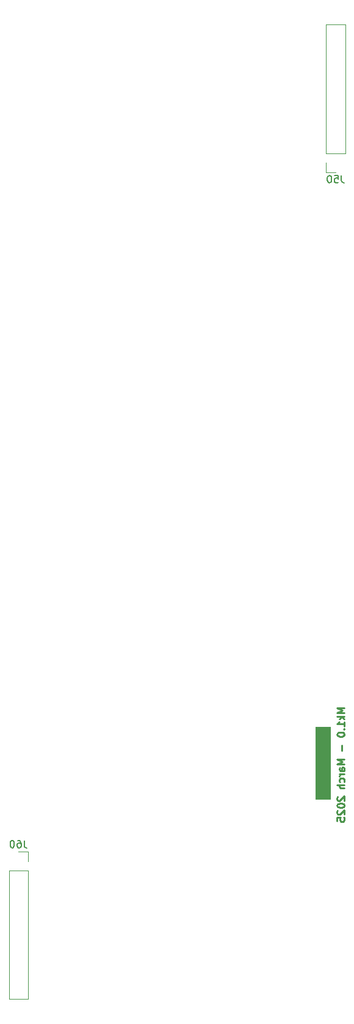
<source format=gbo>
%TF.GenerationSoftware,KiCad,Pcbnew,9.0.0*%
%TF.CreationDate,2025-03-16T11:52:38+01:00*%
%TF.ProjectId,DMH_Transistor_VCA_PCB_Conn,444d485f-5472-4616-9e73-6973746f725f,1*%
%TF.SameCoordinates,Original*%
%TF.FileFunction,Legend,Bot*%
%TF.FilePolarity,Positive*%
%FSLAX46Y46*%
G04 Gerber Fmt 4.6, Leading zero omitted, Abs format (unit mm)*
G04 Created by KiCad (PCBNEW 9.0.0) date 2025-03-16 11:52:38*
%MOMM*%
%LPD*%
G01*
G04 APERTURE LIST*
%ADD10C,0.100000*%
%ADD11C,0.250000*%
%ADD12C,0.150000*%
%ADD13C,0.120000*%
%ADD14C,1.600000*%
%ADD15O,1.600000X1.600000*%
%ADD16O,4.000000X4.200000*%
%ADD17C,1.800000*%
%ADD18R,1.800000X1.800000*%
%ADD19R,1.700000X1.700000*%
%ADD20O,2.720000X3.240000*%
%ADD21O,1.700000X1.700000*%
G04 APERTURE END LIST*
D10*
X94250000Y-161750000D02*
X96250000Y-161750000D01*
X96250000Y-171750000D01*
X94250000Y-171750000D01*
X94250000Y-161750000D01*
G36*
X94250000Y-161750000D02*
G01*
X96250000Y-161750000D01*
X96250000Y-171750000D01*
X94250000Y-171750000D01*
X94250000Y-161750000D01*
G37*
D11*
X98199619Y-159190476D02*
X97199619Y-159190476D01*
X97199619Y-159190476D02*
X97913904Y-159523809D01*
X97913904Y-159523809D02*
X97199619Y-159857142D01*
X97199619Y-159857142D02*
X98199619Y-159857142D01*
X98199619Y-160333333D02*
X97199619Y-160333333D01*
X97818666Y-160428571D02*
X98199619Y-160714285D01*
X97532952Y-160714285D02*
X97913904Y-160333333D01*
X98199619Y-161666666D02*
X98199619Y-161095238D01*
X98199619Y-161380952D02*
X97199619Y-161380952D01*
X97199619Y-161380952D02*
X97342476Y-161285714D01*
X97342476Y-161285714D02*
X97437714Y-161190476D01*
X97437714Y-161190476D02*
X97485333Y-161095238D01*
X98104380Y-162095238D02*
X98152000Y-162142857D01*
X98152000Y-162142857D02*
X98199619Y-162095238D01*
X98199619Y-162095238D02*
X98152000Y-162047619D01*
X98152000Y-162047619D02*
X98104380Y-162095238D01*
X98104380Y-162095238D02*
X98199619Y-162095238D01*
X97199619Y-162761904D02*
X97199619Y-162857142D01*
X97199619Y-162857142D02*
X97247238Y-162952380D01*
X97247238Y-162952380D02*
X97294857Y-162999999D01*
X97294857Y-162999999D02*
X97390095Y-163047618D01*
X97390095Y-163047618D02*
X97580571Y-163095237D01*
X97580571Y-163095237D02*
X97818666Y-163095237D01*
X97818666Y-163095237D02*
X98009142Y-163047618D01*
X98009142Y-163047618D02*
X98104380Y-162999999D01*
X98104380Y-162999999D02*
X98152000Y-162952380D01*
X98152000Y-162952380D02*
X98199619Y-162857142D01*
X98199619Y-162857142D02*
X98199619Y-162761904D01*
X98199619Y-162761904D02*
X98152000Y-162666666D01*
X98152000Y-162666666D02*
X98104380Y-162619047D01*
X98104380Y-162619047D02*
X98009142Y-162571428D01*
X98009142Y-162571428D02*
X97818666Y-162523809D01*
X97818666Y-162523809D02*
X97580571Y-162523809D01*
X97580571Y-162523809D02*
X97390095Y-162571428D01*
X97390095Y-162571428D02*
X97294857Y-162619047D01*
X97294857Y-162619047D02*
X97247238Y-162666666D01*
X97247238Y-162666666D02*
X97199619Y-162761904D01*
X97818666Y-164285714D02*
X97818666Y-165047619D01*
X98199619Y-166285714D02*
X97199619Y-166285714D01*
X97199619Y-166285714D02*
X97913904Y-166619047D01*
X97913904Y-166619047D02*
X97199619Y-166952380D01*
X97199619Y-166952380D02*
X98199619Y-166952380D01*
X98199619Y-167857142D02*
X97675809Y-167857142D01*
X97675809Y-167857142D02*
X97580571Y-167809523D01*
X97580571Y-167809523D02*
X97532952Y-167714285D01*
X97532952Y-167714285D02*
X97532952Y-167523809D01*
X97532952Y-167523809D02*
X97580571Y-167428571D01*
X98152000Y-167857142D02*
X98199619Y-167761904D01*
X98199619Y-167761904D02*
X98199619Y-167523809D01*
X98199619Y-167523809D02*
X98152000Y-167428571D01*
X98152000Y-167428571D02*
X98056761Y-167380952D01*
X98056761Y-167380952D02*
X97961523Y-167380952D01*
X97961523Y-167380952D02*
X97866285Y-167428571D01*
X97866285Y-167428571D02*
X97818666Y-167523809D01*
X97818666Y-167523809D02*
X97818666Y-167761904D01*
X97818666Y-167761904D02*
X97771047Y-167857142D01*
X98199619Y-168333333D02*
X97532952Y-168333333D01*
X97723428Y-168333333D02*
X97628190Y-168380952D01*
X97628190Y-168380952D02*
X97580571Y-168428571D01*
X97580571Y-168428571D02*
X97532952Y-168523809D01*
X97532952Y-168523809D02*
X97532952Y-168619047D01*
X98152000Y-169380952D02*
X98199619Y-169285714D01*
X98199619Y-169285714D02*
X98199619Y-169095238D01*
X98199619Y-169095238D02*
X98152000Y-169000000D01*
X98152000Y-169000000D02*
X98104380Y-168952381D01*
X98104380Y-168952381D02*
X98009142Y-168904762D01*
X98009142Y-168904762D02*
X97723428Y-168904762D01*
X97723428Y-168904762D02*
X97628190Y-168952381D01*
X97628190Y-168952381D02*
X97580571Y-169000000D01*
X97580571Y-169000000D02*
X97532952Y-169095238D01*
X97532952Y-169095238D02*
X97532952Y-169285714D01*
X97532952Y-169285714D02*
X97580571Y-169380952D01*
X98199619Y-169809524D02*
X97199619Y-169809524D01*
X98199619Y-170238095D02*
X97675809Y-170238095D01*
X97675809Y-170238095D02*
X97580571Y-170190476D01*
X97580571Y-170190476D02*
X97532952Y-170095238D01*
X97532952Y-170095238D02*
X97532952Y-169952381D01*
X97532952Y-169952381D02*
X97580571Y-169857143D01*
X97580571Y-169857143D02*
X97628190Y-169809524D01*
X97294857Y-171428572D02*
X97247238Y-171476191D01*
X97247238Y-171476191D02*
X97199619Y-171571429D01*
X97199619Y-171571429D02*
X97199619Y-171809524D01*
X97199619Y-171809524D02*
X97247238Y-171904762D01*
X97247238Y-171904762D02*
X97294857Y-171952381D01*
X97294857Y-171952381D02*
X97390095Y-172000000D01*
X97390095Y-172000000D02*
X97485333Y-172000000D01*
X97485333Y-172000000D02*
X97628190Y-171952381D01*
X97628190Y-171952381D02*
X98199619Y-171380953D01*
X98199619Y-171380953D02*
X98199619Y-172000000D01*
X97199619Y-172619048D02*
X97199619Y-172714286D01*
X97199619Y-172714286D02*
X97247238Y-172809524D01*
X97247238Y-172809524D02*
X97294857Y-172857143D01*
X97294857Y-172857143D02*
X97390095Y-172904762D01*
X97390095Y-172904762D02*
X97580571Y-172952381D01*
X97580571Y-172952381D02*
X97818666Y-172952381D01*
X97818666Y-172952381D02*
X98009142Y-172904762D01*
X98009142Y-172904762D02*
X98104380Y-172857143D01*
X98104380Y-172857143D02*
X98152000Y-172809524D01*
X98152000Y-172809524D02*
X98199619Y-172714286D01*
X98199619Y-172714286D02*
X98199619Y-172619048D01*
X98199619Y-172619048D02*
X98152000Y-172523810D01*
X98152000Y-172523810D02*
X98104380Y-172476191D01*
X98104380Y-172476191D02*
X98009142Y-172428572D01*
X98009142Y-172428572D02*
X97818666Y-172380953D01*
X97818666Y-172380953D02*
X97580571Y-172380953D01*
X97580571Y-172380953D02*
X97390095Y-172428572D01*
X97390095Y-172428572D02*
X97294857Y-172476191D01*
X97294857Y-172476191D02*
X97247238Y-172523810D01*
X97247238Y-172523810D02*
X97199619Y-172619048D01*
X97294857Y-173333334D02*
X97247238Y-173380953D01*
X97247238Y-173380953D02*
X97199619Y-173476191D01*
X97199619Y-173476191D02*
X97199619Y-173714286D01*
X97199619Y-173714286D02*
X97247238Y-173809524D01*
X97247238Y-173809524D02*
X97294857Y-173857143D01*
X97294857Y-173857143D02*
X97390095Y-173904762D01*
X97390095Y-173904762D02*
X97485333Y-173904762D01*
X97485333Y-173904762D02*
X97628190Y-173857143D01*
X97628190Y-173857143D02*
X98199619Y-173285715D01*
X98199619Y-173285715D02*
X98199619Y-173904762D01*
X97199619Y-174809524D02*
X97199619Y-174333334D01*
X97199619Y-174333334D02*
X97675809Y-174285715D01*
X97675809Y-174285715D02*
X97628190Y-174333334D01*
X97628190Y-174333334D02*
X97580571Y-174428572D01*
X97580571Y-174428572D02*
X97580571Y-174666667D01*
X97580571Y-174666667D02*
X97628190Y-174761905D01*
X97628190Y-174761905D02*
X97675809Y-174809524D01*
X97675809Y-174809524D02*
X97771047Y-174857143D01*
X97771047Y-174857143D02*
X98009142Y-174857143D01*
X98009142Y-174857143D02*
X98104380Y-174809524D01*
X98104380Y-174809524D02*
X98152000Y-174761905D01*
X98152000Y-174761905D02*
X98199619Y-174666667D01*
X98199619Y-174666667D02*
X98199619Y-174428572D01*
X98199619Y-174428572D02*
X98152000Y-174333334D01*
X98152000Y-174333334D02*
X98104380Y-174285715D01*
D12*
X53809523Y-177499819D02*
X53809523Y-178214104D01*
X53809523Y-178214104D02*
X53857142Y-178356961D01*
X53857142Y-178356961D02*
X53952380Y-178452200D01*
X53952380Y-178452200D02*
X54095237Y-178499819D01*
X54095237Y-178499819D02*
X54190475Y-178499819D01*
X52904761Y-177499819D02*
X53095237Y-177499819D01*
X53095237Y-177499819D02*
X53190475Y-177547438D01*
X53190475Y-177547438D02*
X53238094Y-177595057D01*
X53238094Y-177595057D02*
X53333332Y-177737914D01*
X53333332Y-177737914D02*
X53380951Y-177928390D01*
X53380951Y-177928390D02*
X53380951Y-178309342D01*
X53380951Y-178309342D02*
X53333332Y-178404580D01*
X53333332Y-178404580D02*
X53285713Y-178452200D01*
X53285713Y-178452200D02*
X53190475Y-178499819D01*
X53190475Y-178499819D02*
X52999999Y-178499819D01*
X52999999Y-178499819D02*
X52904761Y-178452200D01*
X52904761Y-178452200D02*
X52857142Y-178404580D01*
X52857142Y-178404580D02*
X52809523Y-178309342D01*
X52809523Y-178309342D02*
X52809523Y-178071247D01*
X52809523Y-178071247D02*
X52857142Y-177976009D01*
X52857142Y-177976009D02*
X52904761Y-177928390D01*
X52904761Y-177928390D02*
X52999999Y-177880771D01*
X52999999Y-177880771D02*
X53190475Y-177880771D01*
X53190475Y-177880771D02*
X53285713Y-177928390D01*
X53285713Y-177928390D02*
X53333332Y-177976009D01*
X53333332Y-177976009D02*
X53380951Y-178071247D01*
X52190475Y-177499819D02*
X52095237Y-177499819D01*
X52095237Y-177499819D02*
X51999999Y-177547438D01*
X51999999Y-177547438D02*
X51952380Y-177595057D01*
X51952380Y-177595057D02*
X51904761Y-177690295D01*
X51904761Y-177690295D02*
X51857142Y-177880771D01*
X51857142Y-177880771D02*
X51857142Y-178118866D01*
X51857142Y-178118866D02*
X51904761Y-178309342D01*
X51904761Y-178309342D02*
X51952380Y-178404580D01*
X51952380Y-178404580D02*
X51999999Y-178452200D01*
X51999999Y-178452200D02*
X52095237Y-178499819D01*
X52095237Y-178499819D02*
X52190475Y-178499819D01*
X52190475Y-178499819D02*
X52285713Y-178452200D01*
X52285713Y-178452200D02*
X52333332Y-178404580D01*
X52333332Y-178404580D02*
X52380951Y-178309342D01*
X52380951Y-178309342D02*
X52428570Y-178118866D01*
X52428570Y-178118866D02*
X52428570Y-177880771D01*
X52428570Y-177880771D02*
X52380951Y-177690295D01*
X52380951Y-177690295D02*
X52333332Y-177595057D01*
X52333332Y-177595057D02*
X52285713Y-177547438D01*
X52285713Y-177547438D02*
X52190475Y-177499819D01*
X97809523Y-85404819D02*
X97809523Y-86119104D01*
X97809523Y-86119104D02*
X97857142Y-86261961D01*
X97857142Y-86261961D02*
X97952380Y-86357200D01*
X97952380Y-86357200D02*
X98095237Y-86404819D01*
X98095237Y-86404819D02*
X98190475Y-86404819D01*
X96857142Y-85404819D02*
X97333332Y-85404819D01*
X97333332Y-85404819D02*
X97380951Y-85881009D01*
X97380951Y-85881009D02*
X97333332Y-85833390D01*
X97333332Y-85833390D02*
X97238094Y-85785771D01*
X97238094Y-85785771D02*
X96999999Y-85785771D01*
X96999999Y-85785771D02*
X96904761Y-85833390D01*
X96904761Y-85833390D02*
X96857142Y-85881009D01*
X96857142Y-85881009D02*
X96809523Y-85976247D01*
X96809523Y-85976247D02*
X96809523Y-86214342D01*
X96809523Y-86214342D02*
X96857142Y-86309580D01*
X96857142Y-86309580D02*
X96904761Y-86357200D01*
X96904761Y-86357200D02*
X96999999Y-86404819D01*
X96999999Y-86404819D02*
X97238094Y-86404819D01*
X97238094Y-86404819D02*
X97333332Y-86357200D01*
X97333332Y-86357200D02*
X97380951Y-86309580D01*
X96190475Y-85404819D02*
X96095237Y-85404819D01*
X96095237Y-85404819D02*
X95999999Y-85452438D01*
X95999999Y-85452438D02*
X95952380Y-85500057D01*
X95952380Y-85500057D02*
X95904761Y-85595295D01*
X95904761Y-85595295D02*
X95857142Y-85785771D01*
X95857142Y-85785771D02*
X95857142Y-86023866D01*
X95857142Y-86023866D02*
X95904761Y-86214342D01*
X95904761Y-86214342D02*
X95952380Y-86309580D01*
X95952380Y-86309580D02*
X95999999Y-86357200D01*
X95999999Y-86357200D02*
X96095237Y-86404819D01*
X96095237Y-86404819D02*
X96190475Y-86404819D01*
X96190475Y-86404819D02*
X96285713Y-86357200D01*
X96285713Y-86357200D02*
X96333332Y-86309580D01*
X96333332Y-86309580D02*
X96380951Y-86214342D01*
X96380951Y-86214342D02*
X96428570Y-86023866D01*
X96428570Y-86023866D02*
X96428570Y-85785771D01*
X96428570Y-85785771D02*
X96380951Y-85595295D01*
X96380951Y-85595295D02*
X96333332Y-85500057D01*
X96333332Y-85500057D02*
X96285713Y-85452438D01*
X96285713Y-85452438D02*
X96190475Y-85404819D01*
D13*
%TO.C,J60*%
X51670000Y-181645000D02*
X54330000Y-181645000D01*
X51670000Y-199485000D02*
X51670000Y-181645000D01*
X51670000Y-199485000D02*
X54330000Y-199485000D01*
X53000000Y-179045000D02*
X54330000Y-179045000D01*
X54330000Y-179045000D02*
X54330000Y-180375000D01*
X54330000Y-199485000D02*
X54330000Y-181645000D01*
%TO.C,J50*%
X95670000Y-64510000D02*
X95670000Y-82350000D01*
X95670000Y-84950000D02*
X95670000Y-83620000D01*
X97000000Y-84950000D02*
X95670000Y-84950000D01*
X98330000Y-64510000D02*
X95670000Y-64510000D01*
X98330000Y-64510000D02*
X98330000Y-82350000D01*
X98330000Y-82350000D02*
X95670000Y-82350000D01*
%TD*%
%LPC*%
D14*
%TO.C,R21*%
X85500000Y-71190000D03*
D15*
X85500000Y-78810000D03*
%TD*%
D16*
%TO.C,RV3*%
X81200000Y-95250000D03*
D17*
X90750000Y-106250000D03*
D16*
X92800000Y-95250000D03*
D18*
X83250000Y-106250000D03*
D17*
X85750000Y-106250000D03*
X88250000Y-106250000D03*
%TD*%
D16*
%TO.C,RV2*%
X57200000Y-95250000D03*
D17*
X66750000Y-106250000D03*
D16*
X68800000Y-95250000D03*
D18*
X59250000Y-106250000D03*
D17*
X61750000Y-106250000D03*
X64250000Y-106250000D03*
%TD*%
D19*
%TO.C,J0*%
X95000000Y-135000000D03*
%TD*%
D16*
%TO.C,RV5*%
X57200000Y-186000000D03*
D17*
X66750000Y-197000000D03*
D16*
X68800000Y-186000000D03*
D18*
X59250000Y-197000000D03*
D17*
X61750000Y-197000000D03*
X64250000Y-197000000D03*
%TD*%
D14*
%TO.C,R40*%
X85500000Y-162690000D03*
D15*
X85500000Y-170310000D03*
%TD*%
D20*
%TO.C,RV4*%
X78200000Y-150750000D03*
X87800000Y-150750000D03*
D18*
X80500000Y-158250000D03*
D17*
X83000000Y-158250000D03*
X85500000Y-158250000D03*
%TD*%
D16*
%TO.C,RV6*%
X81200000Y-186000000D03*
D17*
X90750000Y-197000000D03*
D16*
X92800000Y-186000000D03*
D18*
X83250000Y-197000000D03*
D17*
X85750000Y-197000000D03*
X88250000Y-197000000D03*
%TD*%
D20*
%TO.C,RV1*%
X78200000Y-60000000D03*
X87800000Y-60000000D03*
D18*
X80500000Y-67500000D03*
D17*
X83000000Y-67500000D03*
X85500000Y-67500000D03*
%TD*%
D19*
%TO.C,J60*%
X53000000Y-180375000D03*
D21*
X53000000Y-182915000D03*
X53000000Y-185455000D03*
X53000000Y-187995000D03*
X53000000Y-190535000D03*
X53000000Y-193075000D03*
X53000000Y-195615000D03*
X53000000Y-198155000D03*
%TD*%
D19*
%TO.C,J50*%
X97000000Y-83620000D03*
D21*
X97000000Y-81080000D03*
X97000000Y-78540000D03*
X97000000Y-76000000D03*
X97000000Y-73460000D03*
X97000000Y-70920000D03*
X97000000Y-68380000D03*
X97000000Y-65840000D03*
%TD*%
%LPD*%
M02*

</source>
